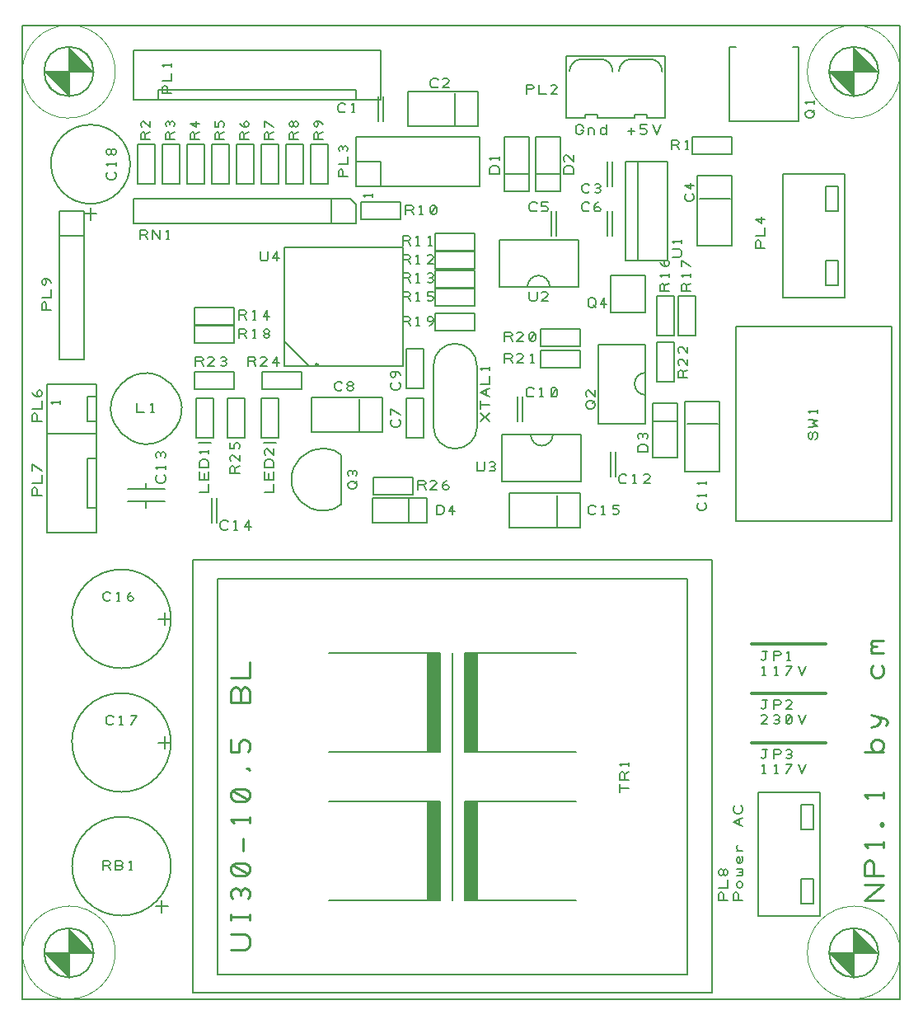
<source format=gbr>
%FSLAX23Y23*%
%MOIN*%
G04 EasyPC Gerber Version 14.0.2 Build 2922 *
%ADD77C,0.00100*%
%ADD24C,0.00500*%
%ADD26C,0.00800*%
%ADD13C,0.01000*%
%ADD20C,0.01200*%
X0Y0D02*
D02*
D13*
X1410Y203D02*
X1466D01*
X1479Y209*
X1485Y221*
Y246*
X1479Y259*
X1466Y265*
X1410*
X1485Y321D02*
Y346D01*
Y334D02*
X1410D01*
Y321D02*
Y346D01*
X1479Y409D02*
X1485Y421D01*
Y434*
X1479Y446*
X1466Y453*
X1454Y446*
X1448Y434*
Y421*
Y434D02*
X1441Y446D01*
X1429Y453*
X1417Y446*
X1410Y434*
Y421*
X1417Y409*
X1479Y509D02*
X1485Y521D01*
Y534*
X1479Y546*
X1466Y553*
X1429*
X1417Y546*
X1410Y534*
Y521*
X1417Y509*
X1429Y502*
X1466*
X1479Y509*
X1417Y546*
X1460Y603D02*
Y653D01*
X1485Y715D02*
Y740D01*
Y728D02*
X1410D01*
X1423Y715*
X1479Y809D02*
X1485Y821D01*
Y834*
X1479Y846*
X1466Y853*
X1429*
X1417Y846*
X1410Y834*
Y821*
X1417Y809*
X1429Y803*
X1466*
X1479Y809*
X1417Y846*
X1485Y928D02*
X1479Y934D01*
X1473*
X1479Y1002D02*
X1485Y1015D01*
Y1034*
X1479Y1046*
X1466Y1053*
X1460*
X1448Y1046*
X1441Y1034*
Y1002*
X1410*
Y1053*
X1448Y1246D02*
X1454Y1259D01*
X1466Y1265*
X1479Y1259*
X1485Y1246*
Y1202*
X1410*
Y1246*
X1417Y1259*
X1429Y1265*
X1441Y1259*
X1448Y1246*
Y1202*
X1410Y1303D02*
X1485D01*
Y1365*
X4048Y403D02*
X3973D01*
X4048Y465*
X3973*
X4048Y502D02*
X3973D01*
Y546*
X3979Y559*
X3992Y565*
X4004Y559*
X4010Y546*
Y502*
X4048Y615D02*
Y640D01*
Y627D02*
X3973D01*
X3985Y615*
X4048Y709D02*
X4042Y715D01*
X4035Y709*
X4042Y703*
X4048Y709*
Y815D02*
Y840D01*
Y828D02*
X3973D01*
X3985Y815*
X4029Y1002D02*
X4042Y1009D01*
X4048Y1021*
Y1034*
X4042Y1046*
X4029Y1053*
X4017*
X4004Y1046*
X3998Y1034*
Y1021*
X4004Y1009*
X4017Y1002*
X4048D02*
X3973D01*
X3998Y1103D02*
X4023Y1109D01*
X4035Y1121*
Y1134*
X4023Y1146*
X3998Y1153*
X4023Y1146D02*
X4048Y1140D01*
X4060Y1134*
X4066Y1121*
X4060Y1109*
X4004Y1353D02*
X3998Y1340D01*
Y1321*
X4004Y1309*
X4017Y1303*
X4029*
X4042Y1309*
X4048Y1321*
Y1340*
X4042Y1353*
X4048Y1403D02*
X3998D01*
X4004D02*
X3998Y1409D01*
Y1421*
X4004Y1428*
X4023*
X4004D02*
X3998Y1434D01*
Y1446*
X4004Y1453*
X4048*
D02*
D20*
X3517Y1440D02*
X3817D01*
Y1040D02*
X3517D01*
X3817Y1240D02*
X3517D01*
D02*
D24*
X3020Y856D02*
X2982D01*
Y840D02*
Y871D01*
X3020Y890D02*
X2982D01*
Y912*
X2985Y918*
X2992Y921*
X2998Y918*
X3001Y912*
Y890*
Y912D02*
X3020Y921D01*
Y946D02*
Y959D01*
Y953D02*
X2982D01*
X2988Y946*
X4117Y3D02*
X567D01*
Y3940*
X4117*
Y3*
D02*
D26*
X654Y190D02*
G75*
G03X754Y90I100D01*
G01*
Y190*
X654*
G36*
G75*
G03X754Y90I100*
G01*
Y190*
X654*
G37*
X645Y2040D02*
X607D01*
Y2062*
X610Y2068*
X617Y2071*
X623Y2068*
X626Y2062*
Y2040*
X607Y2090D02*
X645D01*
Y2121*
Y2140D02*
X607Y2165D01*
Y2140*
X645Y2340D02*
X607D01*
Y2362*
X610Y2368*
X617Y2371*
X623Y2368*
X626Y2362*
Y2340*
X607Y2390D02*
X645D01*
Y2421*
X635Y2440D02*
X629Y2443D01*
X626Y2449*
Y2456*
X629Y2462*
X635Y2465*
X641Y2462*
X645Y2456*
Y2449*
X641Y2443*
X635Y2440*
X626*
X617Y2443*
X610Y2449*
X607Y2456*
X654Y3753D02*
G75*
G03X754Y3653I100D01*
G01*
Y3753*
X654*
G36*
G75*
G03X754Y3653I100*
G01*
Y3753*
X654*
G37*
X667Y2290D02*
Y1890D01*
X867*
Y2290*
X667*
Y2490D02*
Y2290D01*
X867*
Y2490*
X667*
X682Y2790D02*
X645D01*
Y2812*
X648Y2818*
X654Y2821*
X660Y2818*
X663Y2812*
Y2790*
X645Y2840D02*
X682D01*
Y2871*
Y2899D02*
X679Y2906D01*
X673Y2912*
X663Y2915*
X654*
X648Y2912*
X645Y2906*
Y2899*
X648Y2893*
X654Y2890*
X660Y2893*
X663Y2899*
Y2906*
X660Y2912*
X654Y2915*
X717Y3090D02*
X816D01*
X717Y3190D02*
Y2590D01*
X816*
Y3190*
X717*
X720Y2409D02*
Y2421D01*
Y2415D02*
X682D01*
X688Y2409*
X754Y290D02*
G75*
G03Y90J-100D01*
G01*
G75*
G03Y290J100*
G01*
Y3853D02*
G75*
G03Y3653J-100D01*
G01*
G75*
G03Y3853J100*
G01*
X829Y1990D02*
X867D01*
Y2190*
X829*
Y1990*
Y2340D02*
X867D01*
Y2440*
X829*
Y2340*
X842Y3153D02*
Y3203D01*
Y3218D02*
G75*
G02X681Y3378J160D01*
G01*
G75*
G02X842Y3538I160*
G01*
G75*
G02X1002Y3378J-160*
G01*
G75*
G02X842Y3218I-160*
G01*
X854Y190D02*
G75*
G03X754Y290I-100D01*
G01*
Y190*
X854*
G36*
G75*
G03X754Y290I-100*
G01*
Y190*
X854*
G37*
Y3753D02*
G75*
G03X754Y3853I-100D01*
G01*
Y3753*
X854*
G36*
G75*
G03X754Y3853I-100*
G01*
Y3753*
X854*
G37*
X867Y3178D02*
X816D01*
X891Y524D02*
Y562D01*
X913*
X920Y559*
X923Y553*
X920Y546*
X913Y543*
X891*
X913D02*
X923Y524D01*
X963Y543D02*
X970Y540D01*
X973Y534*
X970Y527*
X963Y524*
X941*
Y562*
X963*
X970Y559*
X973Y553*
X970Y546*
X963Y543*
X941*
X998Y524D02*
X1010D01*
X1004D02*
Y562D01*
X998Y556*
X923Y1618D02*
X920Y1615D01*
X913Y1612*
X904*
X898Y1615*
X895Y1618*
X891Y1624*
Y1637*
X895Y1643*
X898Y1646*
X904Y1649*
X913*
X920Y1646*
X923Y1643*
X948Y1612D02*
X960D01*
X954D02*
Y1649D01*
X948Y1643*
X992Y1621D02*
X995Y1628D01*
X1001Y1631*
X1007*
X1013Y1628*
X1016Y1621*
X1013Y1615*
X1007Y1612*
X1001*
X995Y1615*
X992Y1621*
Y1631*
X995Y1640*
X1001Y1646*
X1007Y1649*
X935Y1118D02*
X932Y1115D01*
X926Y1112*
X916*
X910Y1115*
X907Y1118*
X904Y1124*
Y1137*
X907Y1143*
X910Y1146*
X916Y1149*
X926*
X932Y1146*
X935Y1143*
X960Y1112D02*
X973D01*
X967D02*
Y1149D01*
X960Y1143*
X1004Y1112D02*
X1029Y1149D01*
X1004*
X938Y3346D02*
X941Y3343D01*
X945Y3337*
Y3328*
X941Y3321*
X938Y3318*
X932Y3315*
X920*
X913Y3318*
X910Y3321*
X907Y3328*
Y3337*
X910Y3343*
X913Y3346*
X945Y3371D02*
Y3384D01*
Y3378D02*
X907D01*
X913Y3371*
X926Y3424D02*
Y3431D01*
X923Y3437*
X916Y3440*
X910Y3437*
X907Y3431*
Y3424*
X910Y3418*
X916Y3415*
X923Y3418*
X926Y3424*
X929Y3418*
X935Y3415*
X941Y3418*
X945Y3424*
Y3431*
X941Y3437*
X935Y3440*
X929Y3437*
X926Y3431*
X967Y340D02*
G75*
G03Y740J200D01*
G01*
G75*
G03Y340J-200*
G01*
X992Y2015D02*
X1142D01*
X992Y2065D02*
X1142D01*
X1016Y3240D02*
X1891D01*
X1916Y3215*
Y3140*
X1016*
Y3240*
X1029Y2412D02*
Y2374D01*
X1060*
X1085D02*
X1098D01*
X1092D02*
Y2412D01*
X1085Y2406*
X1032Y3458D02*
Y3298D01*
X1102*
Y3458*
X1032*
X1042Y3074D02*
Y3112D01*
X1063*
X1070Y3109*
X1073Y3103*
X1070Y3096*
X1063Y3093*
X1042*
X1063D02*
X1073Y3074D01*
X1092D02*
Y3112D01*
X1123Y3074*
Y3112*
X1148Y3074D02*
X1160D01*
X1154D02*
Y3112D01*
X1148Y3106*
X1067Y1990D02*
Y2015D01*
Y2065D02*
Y2090D01*
X1082Y3478D02*
X1045D01*
Y3499*
X1048Y3506*
X1054Y3509*
X1060Y3506*
X1063Y3499*
Y3478*
Y3499D02*
X1082Y3509D01*
Y3553D02*
Y3528D01*
X1060Y3549*
X1054Y3553*
X1048Y3549*
X1045Y3543*
Y3534*
X1048Y3528*
X1117Y3678D02*
Y3640D01*
X1916*
Y3678*
X1117*
X1129Y353D02*
Y403D01*
X1132Y3458D02*
Y3298D01*
X1202*
Y3458*
X1132*
X1142Y1065D02*
Y1015D01*
Y1565D02*
Y1515D01*
X1154Y378D02*
X1104D01*
X1138Y2121D02*
X1142Y2118D01*
X1145Y2112*
Y2103*
X1142Y2096*
X1138Y2093*
X1132Y2090*
X1120*
X1113Y2093*
X1110Y2096*
X1107Y2103*
Y2112*
X1110Y2118*
X1113Y2121*
X1145Y2146D02*
Y2159D01*
Y2153D02*
X1107D01*
X1113Y2146*
X1142Y2193D02*
X1145Y2199D01*
Y2206*
X1142Y2212*
X1135Y2215*
X1129Y2212*
X1126Y2206*
Y2199*
Y2206D02*
X1123Y2212D01*
X1117Y2215*
X1110Y2212*
X1107Y2206*
Y2199*
X1110Y2193*
X1167Y1040D02*
X1117D01*
X1167D02*
G75*
G02X967Y840I-200D01*
G01*
G75*
G02X766Y1040J200*
G01*
G75*
G02X967Y1240I200*
G01*
G75*
G02X1167Y1040J-200*
G01*
Y1540D02*
X1117D01*
X1167D02*
G75*
G02X967Y1340I-200D01*
G01*
G75*
G02X766Y1540J200*
G01*
G75*
G02X967Y1740I200*
G01*
G75*
G02X1167Y1540J-200*
G01*
Y2290D02*
G75*
G03X967Y2490I-100J100D01*
G01*
G75*
G03X1167Y2290I100J-100*
G01*
X1170Y3665D02*
X1132D01*
Y3687*
X1135Y3693*
X1142Y3696*
X1148Y3693*
X1151Y3687*
Y3665*
X1132Y3715D02*
X1170D01*
Y3746*
Y3771D02*
Y3784D01*
Y3778D02*
X1132D01*
X1138Y3771*
X1182Y3478D02*
X1145D01*
Y3499*
X1148Y3506*
X1154Y3509*
X1160Y3506*
X1163Y3499*
Y3478*
Y3499D02*
X1182Y3509D01*
X1179Y3531D02*
X1182Y3537D01*
Y3543*
X1179Y3549*
X1173Y3553*
X1167Y3549*
X1163Y3543*
Y3537*
Y3543D02*
X1160Y3549D01*
X1154Y3553*
X1148Y3549*
X1145Y3543*
Y3537*
X1148Y3531*
X1232Y3458D02*
Y3298D01*
X1302*
Y3458*
X1232*
X1262Y2467D02*
X1422D01*
Y2538*
X1262*
Y2467*
X1267Y2562D02*
Y2599D01*
X1288*
X1295Y2596*
X1298Y2590*
X1295Y2584*
X1288Y2581*
X1267*
X1288D02*
X1298Y2562D01*
X1341D02*
X1316D01*
X1338Y2584*
X1341Y2590*
X1338Y2596*
X1332Y2599*
X1323*
X1316Y2596*
X1370Y2565D02*
X1376Y2562D01*
X1382*
X1388Y2565*
X1391Y2571*
X1388Y2578*
X1382Y2581*
X1376*
X1382D02*
X1388Y2584D01*
X1391Y2590*
X1388Y2596*
X1382Y2599*
X1376*
X1370Y2596*
X1269Y2433D02*
Y2273D01*
X1339*
Y2433*
X1269*
X1279Y2253D02*
X1329D01*
X1282Y3478D02*
X1245D01*
Y3499*
X1248Y3506*
X1254Y3509*
X1260Y3506*
X1263Y3499*
Y3478*
Y3499D02*
X1282Y3509D01*
Y3543D02*
X1245D01*
X1270Y3528*
Y3553*
X1282Y2053D02*
X1320D01*
Y2084*
Y2103D02*
X1282D01*
Y2134*
X1301Y2128D02*
Y2103D01*
X1320D02*
Y2134D01*
Y2153D02*
X1282D01*
Y2171*
X1285Y2178*
X1288Y2181*
X1295Y2184*
X1307*
X1313Y2181*
X1316Y2178*
X1320Y2171*
Y2153*
Y2209D02*
Y2221D01*
Y2215D02*
X1282D01*
X1288Y2209*
X1332Y2028D02*
Y1928D01*
Y3458D02*
Y3298D01*
X1402*
Y3458*
X1332*
X1351Y2028D02*
Y1928D01*
X1398Y1906D02*
X1395Y1903D01*
X1388Y1899*
X1379*
X1373Y1903*
X1370Y1906*
X1367Y1912*
Y1924*
X1370Y1931*
X1373Y1934*
X1379Y1937*
X1388*
X1395Y1934*
X1398Y1931*
X1423Y1899D02*
X1435D01*
X1429D02*
Y1937D01*
X1423Y1931*
X1482Y1899D02*
Y1937D01*
X1466Y1912*
X1492*
X1382Y3478D02*
X1345D01*
Y3499*
X1348Y3506*
X1354Y3509*
X1360Y3506*
X1363Y3499*
Y3478*
Y3499D02*
X1382Y3509D01*
X1379Y3528D02*
X1382Y3534D01*
Y3543*
X1379Y3549*
X1373Y3553*
X1370*
X1363Y3549*
X1360Y3543*
Y3528*
X1345*
Y3553*
X1394Y2433D02*
Y2273D01*
X1464*
Y2433*
X1394*
X1422Y2725D02*
X1262D01*
Y2655*
X1422*
Y2725*
Y2800D02*
X1262D01*
Y2730*
X1422*
Y2800*
X1432Y3458D02*
Y3298D01*
X1502*
Y3458*
X1432*
X1441Y2674D02*
Y2712D01*
X1463*
X1470Y2709*
X1473Y2703*
X1470Y2696*
X1463Y2693*
X1441*
X1463D02*
X1473Y2674D01*
X1498D02*
X1510D01*
X1504D02*
Y2712D01*
X1498Y2706*
X1551Y2693D02*
X1557D01*
X1563Y2696*
X1566Y2703*
X1563Y2709*
X1557Y2712*
X1551*
X1545Y2709*
X1542Y2703*
X1545Y2696*
X1551Y2693*
X1545Y2690*
X1542Y2684*
X1545Y2678*
X1551Y2674*
X1557*
X1563Y2678*
X1566Y2684*
X1563Y2690*
X1557Y2693*
X1441Y2749D02*
Y2787D01*
X1463*
X1470Y2784*
X1473Y2778*
X1470Y2771*
X1463Y2768*
X1441*
X1463D02*
X1473Y2749D01*
X1498D02*
X1510D01*
X1504D02*
Y2787D01*
X1498Y2781*
X1557Y2749D02*
Y2787D01*
X1542Y2762*
X1566*
X1445Y2128D02*
X1407D01*
Y2149*
X1410Y2156*
X1417Y2159*
X1423Y2156*
X1426Y2149*
Y2128*
Y2149D02*
X1445Y2159D01*
Y2203D02*
Y2178D01*
X1423Y2199*
X1417Y2203*
X1410Y2199*
X1407Y2193*
Y2184*
X1410Y2178*
X1441Y2228D02*
X1445Y2234D01*
Y2243*
X1441Y2249*
X1435Y2253*
X1432*
X1426Y2249*
X1423Y2243*
Y2228*
X1407*
Y2253*
X1479Y2562D02*
Y2599D01*
X1501*
X1507Y2596*
X1510Y2590*
X1507Y2584*
X1501Y2581*
X1479*
X1501D02*
X1510Y2562D01*
X1554D02*
X1529D01*
X1551Y2584*
X1554Y2590*
X1551Y2596*
X1545Y2599*
X1535*
X1529Y2596*
X1595Y2562D02*
Y2599D01*
X1579Y2574*
X1604*
X1482Y3478D02*
X1445D01*
Y3499*
X1448Y3506*
X1454Y3509*
X1460Y3506*
X1463Y3499*
Y3478*
Y3499D02*
X1482Y3509D01*
X1473Y3528D02*
X1466Y3531D01*
X1463Y3537*
Y3543*
X1466Y3549*
X1473Y3553*
X1479Y3549*
X1482Y3543*
Y3537*
X1479Y3531*
X1473Y3528*
X1463*
X1454Y3531*
X1448Y3537*
X1445Y3543*
X1529Y3024D02*
Y2996D01*
X1532Y2990*
X1538Y2987*
X1551*
X1557Y2990*
X1560Y2996*
Y3024*
X1595Y2987D02*
Y3024D01*
X1579Y2999*
X1604*
X1532Y2433D02*
Y2273D01*
X1602*
Y2433*
X1532*
Y3458D02*
Y3298D01*
X1602*
Y3458*
X1532*
X1537Y2467D02*
X1697D01*
Y2538*
X1537*
Y2467*
X1542Y2253D02*
X1591D01*
X1545Y2053D02*
X1582D01*
Y2084*
Y2103D02*
X1545D01*
Y2134*
X1563Y2128D02*
Y2103D01*
X1582D02*
Y2134D01*
Y2153D02*
X1545D01*
Y2171*
X1548Y2178*
X1551Y2181*
X1557Y2184*
X1570*
X1576Y2181*
X1579Y2178*
X1582Y2171*
Y2153*
Y2228D02*
Y2203D01*
X1560Y2224*
X1554Y2228*
X1548Y2224*
X1545Y2218*
Y2209*
X1548Y2203*
X1582Y3478D02*
X1545D01*
Y3499*
X1548Y3506*
X1554Y3509*
X1560Y3506*
X1563Y3499*
Y3478*
Y3499D02*
X1582Y3509D01*
Y3528D02*
X1545Y3553D01*
Y3528*
X1627Y3043D02*
X2107D01*
Y2563*
X1627*
Y3043*
X2107*
Y2563*
X1727*
X1627Y2663*
Y3043*
X1631Y3458D02*
Y3298D01*
X1702*
Y3458*
X1631*
X1682Y3478D02*
X1645D01*
Y3499*
X1648Y3506*
X1654Y3509*
X1660Y3506*
X1663Y3499*
Y3478*
Y3499D02*
X1682Y3509D01*
X1663Y3537D02*
Y3543D01*
X1660Y3549*
X1654Y3553*
X1648Y3549*
X1645Y3543*
Y3537*
X1648Y3531*
X1654Y3528*
X1660Y3531*
X1663Y3537*
X1666Y3531*
X1673Y3528*
X1679Y3531*
X1682Y3537*
Y3543*
X1679Y3549*
X1673Y3553*
X1666Y3549*
X1663Y3543*
X1732Y3458D02*
Y3298D01*
X1802*
Y3458*
X1732*
X1751Y2568D02*
G75*
G03X1762I6D01*
G01*
G75*
G03X1751I-6*
G01*
G36*
G75*
G03X1762I6*
G01*
G75*
G03X1751I-6*
G01*
G37*
X1779Y1978D02*
G75*
G02X1654Y2103J125D01*
G01*
G75*
G02X1779Y2228I125*
G01*
X1794*
G75*
G02X1854Y2203I0J-85*
G01*
Y2003*
G75*
G02X1794Y1978I-60J60*
G01*
X1779*
X1782Y3478D02*
X1745D01*
Y3499*
X1748Y3506*
X1754Y3509*
X1760Y3506*
X1763Y3499*
Y3478*
Y3499D02*
X1782Y3509D01*
Y3537D02*
X1779Y3543D01*
X1773Y3549*
X1763Y3553*
X1754*
X1748Y3549*
X1745Y3543*
Y3537*
X1748Y3531*
X1754Y3528*
X1760Y3531*
X1763Y3537*
Y3543*
X1760Y3549*
X1754Y3553*
X1816Y3240D02*
Y3140D01*
X1860Y2468D02*
X1857Y2465D01*
X1851Y2462*
X1841*
X1835Y2465*
X1832Y2468*
X1829Y2474*
Y2487*
X1832Y2493*
X1835Y2496*
X1841Y2499*
X1851*
X1857Y2496*
X1860Y2493*
X1888Y2481D02*
X1895D01*
X1901Y2484*
X1904Y2490*
X1901Y2496*
X1895Y2499*
X1888*
X1882Y2496*
X1879Y2490*
X1882Y2484*
X1888Y2481*
X1882Y2478*
X1879Y2471*
X1882Y2465*
X1888Y2462*
X1895*
X1901Y2465*
X1904Y2471*
X1901Y2478*
X1895Y2481*
X1873Y3593D02*
X1870Y3590D01*
X1863Y3587*
X1854*
X1848Y3590*
X1845Y3593*
X1841Y3599*
Y3612*
X1845Y3618*
X1848Y3621*
X1854Y3624*
X1863*
X1870Y3621*
X1873Y3618*
X1898Y3587D02*
X1910D01*
X1904D02*
Y3624D01*
X1898Y3618*
X1882Y3328D02*
X1845D01*
Y3349*
X1848Y3356*
X1854Y3359*
X1860Y3356*
X1863Y3349*
Y3328*
X1845Y3378D02*
X1882D01*
Y3409*
X1879Y3431D02*
X1882Y3437D01*
Y3443*
X1879Y3449*
X1873Y3453*
X1866Y3449*
X1863Y3443*
Y3437*
Y3443D02*
X1860Y3449D01*
X1854Y3453*
X1848Y3449*
X1845Y3443*
Y3437*
X1848Y3431*
X1916Y3290D02*
X2417D01*
Y3490*
X1916*
Y3290*
X1907Y2065D02*
X1895D01*
X1888Y2068*
X1885Y2071*
X1882Y2078*
Y2084*
X1885Y2090*
X1888Y2093*
X1895Y2096*
X1907*
X1913Y2093*
X1916Y2090*
X1920Y2084*
Y2078*
X1916Y2071*
X1913Y2068*
X1907Y2065*
X1910Y2087D02*
X1920Y2096D01*
X1916Y2118D02*
X1920Y2124D01*
Y2131*
X1916Y2137*
X1910Y2140*
X1904Y2137*
X1901Y2131*
Y2124*
Y2131D02*
X1898Y2137D01*
X1891Y2140*
X1885Y2137*
X1882Y2131*
Y2124*
X1885Y2118*
X1929Y2315D02*
Y2303D01*
Y2415D02*
Y2428D01*
Y2415D02*
Y2315D01*
X1937Y3155D02*
X2097D01*
Y3225*
X1937*
Y3155*
X1982Y1928D02*
X2202D01*
Y2028*
X1982*
Y1928*
X1982Y3246D02*
Y3259D01*
Y3253D02*
X1945D01*
X1951Y3246*
X2006Y3553D02*
Y3653D01*
X2017Y3290D02*
X1916D01*
Y3390*
X2017*
Y3290*
Y3840D02*
X1016D01*
Y3640*
X2017*
Y3840*
X2021Y2435D02*
X1737D01*
Y2295*
X2021*
Y2435*
X2027Y3553D02*
Y3653D01*
X2088Y2346D02*
X2092Y2343D01*
X2095Y2337*
Y2328*
X2092Y2321*
X2088Y2318*
X2082Y2315*
X2070*
X2063Y2318*
X2060Y2321*
X2057Y2328*
Y2337*
X2060Y2343*
X2063Y2346*
X2095Y2365D02*
X2057Y2390D01*
Y2365*
X2088Y2496D02*
X2092Y2493D01*
X2095Y2487*
Y2478*
X2092Y2471*
X2088Y2468*
X2082Y2465*
X2070*
X2063Y2468*
X2060Y2471*
X2057Y2478*
Y2487*
X2060Y2493*
X2063Y2496*
X2095Y2524D02*
X2092Y2531D01*
X2085Y2537*
X2076Y2540*
X2067*
X2060Y2537*
X2057Y2531*
Y2524*
X2060Y2518*
X2067Y2515*
X2073Y2518*
X2076Y2524*
Y2531*
X2073Y2537*
X2067Y2540*
X2104Y2724D02*
Y2762D01*
X2126*
X2132Y2759*
X2135Y2753*
X2132Y2746*
X2126Y2743*
X2104*
X2126D02*
X2135Y2724D01*
X2160D02*
X2173D01*
X2167D02*
Y2762D01*
X2160Y2756*
X2213Y2724D02*
X2220Y2728D01*
X2226Y2734*
X2229Y2743*
Y2753*
X2226Y2759*
X2220Y2762*
X2213*
X2207Y2759*
X2204Y2753*
X2207Y2746*
X2213Y2743*
X2220*
X2226Y2746*
X2229Y2753*
X2104Y2824D02*
Y2862D01*
X2126*
X2132Y2859*
X2135Y2853*
X2132Y2846*
X2126Y2843*
X2104*
X2126D02*
X2135Y2824D01*
X2160D02*
X2173D01*
X2167D02*
Y2862D01*
X2160Y2856*
X2204Y2828D02*
X2210Y2824D01*
X2220*
X2226Y2828*
X2229Y2834*
Y2837*
X2226Y2843*
X2220Y2846*
X2204*
Y2862*
X2229*
X2104Y2899D02*
Y2937D01*
X2126*
X2132Y2934*
X2135Y2928*
X2132Y2921*
X2126Y2918*
X2104*
X2126D02*
X2135Y2899D01*
X2160D02*
X2173D01*
X2167D02*
Y2937D01*
X2160Y2931*
X2207Y2903D02*
X2213Y2899D01*
X2220*
X2226Y2903*
X2229Y2909*
X2226Y2915*
X2220Y2918*
X2213*
X2220D02*
X2226Y2921D01*
X2229Y2928*
X2226Y2934*
X2220Y2937*
X2213*
X2207Y2934*
X2104Y2974D02*
Y3012D01*
X2126*
X2132Y3009*
X2135Y3003*
X2132Y2996*
X2126Y2993*
X2104*
X2126D02*
X2135Y2974D01*
X2160D02*
X2173D01*
X2167D02*
Y3012D01*
X2160Y3006*
X2229Y2974D02*
X2204D01*
X2226Y2996*
X2229Y3003*
X2226Y3009*
X2220Y3012*
X2210*
X2204Y3009*
X2104Y3049D02*
Y3087D01*
X2126*
X2132Y3084*
X2135Y3078*
X2132Y3071*
X2126Y3068*
X2104*
X2126D02*
X2135Y3049D01*
X2160D02*
X2173D01*
X2167D02*
Y3087D01*
X2160Y3081*
X2210Y3049D02*
X2223D01*
X2217D02*
Y3087D01*
X2210Y3081*
X2117Y3174D02*
Y3212D01*
X2138*
X2145Y3209*
X2148Y3203*
X2145Y3196*
X2138Y3193*
X2117*
X2138D02*
X2148Y3174D01*
X2173D02*
X2185D01*
X2179D02*
Y3212D01*
X2173Y3206*
X2220Y3178D02*
X2226Y3174D01*
X2232*
X2238Y3178*
X2242Y3184*
Y3203*
X2238Y3209*
X2232Y3212*
X2226*
X2220Y3209*
X2217Y3203*
Y3184*
X2220Y3178*
X2238Y3209*
X2119Y2633D02*
Y2473D01*
X2189*
Y2633*
X2119*
X2129Y2028D02*
Y1928D01*
X2147Y2113D02*
X1986D01*
Y2043*
X2147*
Y2113*
X2167Y2062D02*
Y2099D01*
X2188*
X2195Y2096*
X2198Y2090*
X2195Y2084*
X2188Y2081*
X2167*
X2188D02*
X2198Y2062D01*
X2242D02*
X2217D01*
X2238Y2084*
X2242Y2090*
X2238Y2096*
X2232Y2099*
X2223*
X2217Y2096*
X2267Y2071D02*
X2270Y2078D01*
X2276Y2081*
X2282*
X2288Y2078*
X2292Y2071*
X2288Y2065*
X2282Y2062*
X2276*
X2270Y2065*
X2267Y2071*
Y2081*
X2270Y2090*
X2276Y2096*
X2282Y2099*
X2189Y2273D02*
Y2433D01*
X2119*
Y2273*
X2189*
X2204Y403D02*
X1804D01*
X2204Y803D02*
X1804D01*
X2204Y1002D02*
X1804D01*
X2204Y1403D02*
X1804D01*
X2248Y3693D02*
X2245Y3690D01*
X2238Y3687*
X2229*
X2223Y3690*
X2220Y3693*
X2217Y3699*
Y3712*
X2220Y3718*
X2223Y3721*
X2229Y3724*
X2238*
X2245Y3721*
X2248Y3718*
X2292Y3687D02*
X2267D01*
X2288Y3709*
X2292Y3715*
X2288Y3721*
X2282Y3724*
X2273*
X2267Y3721*
X2237Y2805D02*
X2397D01*
Y2875*
X2237*
Y2805*
Y3030D02*
X2397D01*
Y3100*
X2237*
Y3030*
X2242Y1962D02*
Y1999D01*
X2260*
X2267Y1996*
X2270Y1993*
X2273Y1987*
Y1974*
X2270Y1968*
X2267Y1965*
X2260Y1962*
X2242*
X2307D02*
Y1999D01*
X2292Y1974*
X2317*
X2254Y803D02*
X2204D01*
Y403*
X2254*
Y803*
G36*
X2204*
Y403*
X2254*
Y803*
G37*
Y1403D02*
X2204D01*
Y1002*
X2254*
Y1403*
G36*
X2204*
Y1002*
X2254*
Y1403*
G37*
X2304D02*
Y403D01*
X2317Y3553D02*
Y3540D01*
Y3653D02*
Y3665D01*
Y3653D02*
Y3553D01*
X2354Y403D02*
X2404D01*
Y803*
X2354*
Y403*
G36*
X2404*
Y803*
X2354*
Y403*
G37*
Y1002D02*
X2404D01*
Y1403*
X2354*
Y1002*
G36*
X2404*
Y1403*
X2354*
Y1002*
G37*
X2397Y2775D02*
X2237D01*
Y2705*
X2397*
Y2775*
Y2950D02*
X2237D01*
Y2880*
X2397*
Y2950*
Y3025D02*
X2237D01*
Y2955*
X2397*
Y3025*
X2404Y403D02*
X2804D01*
X2404Y803D02*
X2804D01*
X2404Y1002D02*
X2804D01*
X2404Y1403D02*
X2804D01*
X2404Y2174D02*
Y2146D01*
X2407Y2140*
X2413Y2137*
X2426*
X2432Y2140*
X2435Y2146*
Y2174*
X2457Y2140D02*
X2463Y2137D01*
X2470*
X2476Y2140*
X2479Y2146*
X2476Y2153*
X2470Y2156*
X2463*
X2470D02*
X2476Y2159D01*
X2479Y2165*
X2476Y2171*
X2470Y2174*
X2463*
X2457Y2171*
X2404Y2340D02*
Y2565D01*
G75*
G03X2317Y2653I-88*
G01*
G75*
G03X2229Y2565J-88*
G01*
Y2315*
G75*
G03X2317Y2228I88*
G01*
G75*
G03X2404Y2315J88*
G01*
Y2340*
X2409Y3673D02*
X2125D01*
Y3533*
X2409*
Y3673*
X2457Y2340D02*
X2420Y2371D01*
Y2340D02*
X2457Y2371D01*
Y2406D02*
X2420D01*
Y2390D02*
Y2421D01*
X2457Y2440D02*
X2420Y2456D01*
X2457Y2471*
X2442Y2446D02*
Y2465D01*
X2420Y2490D02*
X2457D01*
Y2521*
Y2546D02*
Y2559D01*
Y2553D02*
X2420D01*
X2426Y2546*
X2495Y3340D02*
X2457D01*
Y3359*
X2460Y3365*
X2463Y3368*
X2470Y3371*
X2482*
X2488Y3368*
X2492Y3365*
X2495Y3359*
Y3340*
Y3396D02*
Y3409D01*
Y3403D02*
X2457D01*
X2463Y3396*
X2507Y2285D02*
Y2095D01*
X2827*
Y2285*
X2507*
X2517Y2574D02*
Y2612D01*
X2538*
X2545Y2609*
X2548Y2603*
X2545Y2596*
X2538Y2593*
X2517*
X2538D02*
X2548Y2574D01*
X2592D02*
X2567D01*
X2588Y2596*
X2592Y2603*
X2588Y2609*
X2582Y2612*
X2573*
X2567Y2609*
X2623Y2574D02*
X2635D01*
X2629D02*
Y2612D01*
X2623Y2606*
X2517Y2662D02*
Y2699D01*
X2538*
X2545Y2696*
X2548Y2690*
X2545Y2684*
X2538Y2681*
X2517*
X2538D02*
X2548Y2662D01*
X2592D02*
X2567D01*
X2588Y2684*
X2592Y2690*
X2588Y2696*
X2582Y2699*
X2573*
X2567Y2696*
X2620Y2665D02*
X2626Y2662D01*
X2632*
X2638Y2665*
X2642Y2671*
Y2690*
X2638Y2696*
X2632Y2699*
X2626*
X2620Y2696*
X2617Y2690*
Y2671*
X2620Y2665*
X2638Y2696*
X2517Y3488D02*
Y3268D01*
X2617*
Y3488*
X2517*
X2569Y2340D02*
Y2440D01*
X2589Y2340D02*
Y2440D01*
X2635Y2443D02*
X2632Y2440D01*
X2626Y2437*
X2617*
X2610Y2440*
X2607Y2443*
X2604Y2449*
Y2462*
X2607Y2468*
X2610Y2471*
X2617Y2474*
X2626*
X2632Y2471*
X2635Y2468*
X2660Y2437D02*
X2673D01*
X2667D02*
Y2474D01*
X2660Y2468*
X2707Y2440D02*
X2713Y2437D01*
X2720*
X2726Y2440*
X2729Y2446*
Y2465*
X2726Y2471*
X2720Y2474*
X2713*
X2707Y2471*
X2704Y2465*
Y2446*
X2707Y2440*
X2726Y2471*
X2604Y3662D02*
Y3699D01*
X2626*
X2632Y3696*
X2635Y3690*
X2632Y3684*
X2626Y3681*
X2604*
X2654Y3699D02*
Y3662D01*
X2685*
X2729D02*
X2704D01*
X2726Y3684*
X2729Y3690*
X2726Y3696*
X2720Y3699*
X2710*
X2704Y3696*
X2609Y2883D02*
G75*
G02X2654Y2928I45D01*
G01*
G75*
G02X2699Y2883J-45*
G01*
X2617Y2862D02*
Y2834D01*
X2620Y2828*
X2626Y2824*
X2638*
X2645Y2828*
X2648Y2834*
Y2862*
X2692Y2824D02*
X2667D01*
X2688Y2846*
X2692Y2853*
X2688Y2859*
X2682Y2862*
X2673*
X2667Y2859*
X2648Y3193D02*
X2645Y3190D01*
X2638Y3187*
X2629*
X2623Y3190*
X2620Y3193*
X2617Y3199*
Y3212*
X2620Y3218*
X2623Y3221*
X2629Y3224*
X2638*
X2645Y3221*
X2648Y3218*
X2667Y3190D02*
X2673Y3187D01*
X2682*
X2688Y3190*
X2692Y3196*
Y3199*
X2688Y3206*
X2682Y3209*
X2667*
Y3224*
X2692*
X2617Y3340D02*
X2517D01*
X2642Y3488D02*
Y3268D01*
X2742*
Y3488*
X2642*
X2707Y3090D02*
Y3190D01*
X2712Y2285D02*
G75*
G02X2667Y2240I-45D01*
G01*
G75*
G02X2622Y2285J45*
G01*
X2727Y3090D02*
Y3190D01*
X2729Y1928D02*
Y1915D01*
Y2028D02*
Y2040D01*
Y2028D02*
Y1928D01*
X2742Y3340D02*
X2642D01*
X2795D02*
X2757D01*
Y3359*
X2760Y3365*
X2763Y3368*
X2770Y3371*
X2782*
X2788Y3368*
X2792Y3365*
X2795Y3359*
Y3340*
Y3415D02*
Y3390D01*
X2773Y3412*
X2767Y3415*
X2760Y3412*
X2757Y3406*
Y3396*
X2760Y3390*
X2826Y3515D02*
X2835D01*
Y3512*
X2832Y3506*
X2829Y3503*
X2823Y3499*
X2817*
X2810Y3503*
X2807Y3506*
X2804Y3512*
Y3524*
X2807Y3531*
X2810Y3534*
X2817Y3537*
X2823*
X2829Y3534*
X2832Y3531*
X2835Y3524*
X2854Y3499D02*
Y3524D01*
Y3515D02*
X2857Y3521D01*
X2863Y3524*
X2870*
X2876Y3521*
X2879Y3515*
Y3499*
X2929Y3515D02*
X2926Y3521D01*
X2920Y3524*
X2913*
X2907Y3521*
X2904Y3515*
Y3509*
X2907Y3503*
X2913Y3499*
X2920*
X2926Y3503*
X2929Y3509*
Y3499D02*
Y3537D01*
X2814Y2883D02*
Y3073D01*
X2494*
Y2883*
X2814*
X2821Y2047D02*
X2537D01*
Y1908*
X2821*
Y2047*
X2822Y2625D02*
X2662D01*
Y2555*
X2822*
Y2625*
Y2713D02*
X2662D01*
Y2643*
X2822*
Y2713*
X2860Y3193D02*
X2857Y3190D01*
X2851Y3187*
X2842*
X2835Y3190*
X2832Y3193*
X2829Y3199*
Y3212*
X2832Y3218*
X2835Y3221*
X2842Y3224*
X2851*
X2857Y3221*
X2860Y3218*
X2879Y3196D02*
X2882Y3203D01*
X2888Y3206*
X2895*
X2901Y3203*
X2904Y3196*
X2901Y3190*
X2895Y3187*
X2888*
X2882Y3190*
X2879Y3196*
Y3206*
X2882Y3215*
X2888Y3221*
X2895Y3224*
X2860Y3268D02*
X2857Y3265D01*
X2851Y3262*
X2842*
X2835Y3265*
X2832Y3268*
X2829Y3274*
Y3287*
X2832Y3293*
X2835Y3296*
X2842Y3299*
X2851*
X2857Y3296*
X2860Y3293*
X2882Y3265D02*
X2888Y3262D01*
X2895*
X2901Y3265*
X2904Y3271*
X2901Y3278*
X2895Y3281*
X2888*
X2895D02*
X2901Y3284D01*
X2904Y3290*
X2901Y3296*
X2895Y3299*
X2888*
X2882Y3296*
X2885Y1968D02*
X2882Y1965D01*
X2876Y1962*
X2867*
X2860Y1965*
X2857Y1968*
X2854Y1974*
Y1987*
X2857Y1993*
X2860Y1996*
X2867Y1999*
X2876*
X2882Y1996*
X2885Y1993*
X2910Y1962D02*
X2923D01*
X2917D02*
Y1999D01*
X2910Y1993*
X2954Y1965D02*
X2960Y1962D01*
X2970*
X2976Y1965*
X2979Y1971*
Y1974*
X2976Y1981*
X2970Y1984*
X2954*
Y1999*
X2979*
X2854Y2812D02*
Y2824D01*
X2857Y2831*
X2860Y2834*
X2867Y2837*
X2873*
X2879Y2834*
X2882Y2831*
X2885Y2824*
Y2812*
X2882Y2806*
X2879Y2803*
X2873Y2799*
X2867*
X2860Y2803*
X2857Y2806*
X2854Y2812*
X2876Y2809D02*
X2885Y2799D01*
X2920D02*
Y2837D01*
X2904Y2812*
X2929*
X2870Y2390D02*
X2857D01*
X2851Y2393*
X2848Y2396*
X2845Y2403*
Y2409*
X2848Y2415*
X2851Y2418*
X2857Y2421*
X2870*
X2876Y2418*
X2879Y2415*
X2882Y2409*
Y2403*
X2879Y2396*
X2876Y2393*
X2870Y2390*
X2873Y2412D02*
X2882Y2421D01*
Y2465D02*
Y2440D01*
X2860Y2462*
X2854Y2465*
X2848Y2462*
X2845Y2456*
Y2446*
X2848Y2440*
X2892Y3803D02*
X2829D01*
G75*
G03X2779Y3753J-50*
G01*
X2932Y3190D02*
Y3090D01*
Y3390D02*
Y3290D01*
X2944Y2215D02*
Y2115D01*
X2952Y3190D02*
Y3090D01*
Y3390D02*
Y3290D01*
X2954Y3753D02*
G75*
G03X2904Y3803I-50D01*
G01*
X2892*
X2964Y2215D02*
Y2115D01*
X3010Y2093D02*
X3007Y2090D01*
X3001Y2087*
X2992*
X2985Y2090*
X2982Y2093*
X2979Y2099*
Y2112*
X2982Y2118*
X2985Y2121*
X2992Y2124*
X3001*
X3007Y2121*
X3010Y2118*
X3035Y2087D02*
X3048D01*
X3042D02*
Y2124D01*
X3035Y2118*
X3104Y2087D02*
X3079D01*
X3101Y2109*
X3104Y2115*
X3101Y2121*
X3095Y2124*
X3085*
X3079Y2121*
X3007Y2990D02*
X3177D01*
Y3390*
X3007*
Y2990*
X3017Y3512D02*
X3042D01*
X3029Y3499D02*
Y3524D01*
X3067Y3503D02*
X3073Y3499D01*
X3082*
X3088Y3503*
X3092Y3509*
Y3512*
X3088Y3518*
X3082Y3521*
X3067*
Y3537*
X3092*
X3117D02*
X3132Y3499D01*
X3148Y3537*
X3057Y2990D02*
Y3390D01*
X3087Y2445D02*
G75*
G02X3042Y2490J45D01*
G01*
G75*
G02X3087Y2535I45*
G01*
Y2650D02*
X2897D01*
Y2330*
X3087*
Y2650*
Y2778D02*
Y2928D01*
X2947*
Y2778*
X3086*
X3092Y3803D02*
X3029D01*
G75*
G03X2979Y3753J-50*
G01*
X3095Y2215D02*
X3057D01*
Y2234*
X3060Y2240*
X3063Y2243*
X3070Y2246*
X3082*
X3088Y2243*
X3092Y2240*
X3095Y2234*
Y2215*
X3092Y2268D02*
X3095Y2274D01*
Y2281*
X3092Y2287*
X3085Y2290*
X3079Y2287*
X3076Y2281*
Y2274*
Y2281D02*
X3073Y2287D01*
X3067Y2290*
X3060Y2287*
X3057Y2281*
Y2274*
X3060Y2268*
X3117Y2340D02*
X3217D01*
X3154Y3753D02*
G75*
G03X3104Y3803I-50D01*
G01*
X3092*
X3167Y3815D02*
Y3565D01*
X3092*
Y3578*
X3042*
Y3565*
X2892*
Y3578*
X2842*
Y3565*
X2767*
Y3815*
X3167*
X3182Y2865D02*
X3145D01*
Y2887*
X3148Y2893*
X3154Y2896*
X3160Y2893*
X3163Y2887*
Y2865*
Y2887D02*
X3182Y2896D01*
Y2921D02*
Y2934D01*
Y2928D02*
X3145D01*
X3151Y2921*
X3173Y2965D02*
X3167Y2968D01*
X3163Y2974*
Y2981*
X3167Y2987*
X3173Y2990*
X3179Y2987*
X3182Y2981*
Y2974*
X3179Y2968*
X3173Y2965*
X3163*
X3154Y2968*
X3148Y2974*
X3145Y2981*
X3192Y3437D02*
Y3474D01*
X3213*
X3220Y3471*
X3223Y3465*
X3220Y3459*
X3213Y3456*
X3192*
X3213D02*
X3223Y3437D01*
X3248D02*
X3260D01*
X3254D02*
Y3474D01*
X3248Y3468*
X3202Y2498D02*
Y2658D01*
X3132*
Y2498*
X3202*
Y2685D02*
Y2845D01*
X3132*
Y2685*
X3202*
X3217Y2192D02*
Y2413D01*
X3117*
Y2192*
X3217*
X3195Y3003D02*
X3223D01*
X3229Y3006*
X3232Y3012*
Y3024*
X3229Y3031*
X3223Y3034*
X3195*
X3232Y3059D02*
Y3071D01*
Y3065D02*
X3195D01*
X3201Y3059*
X3247Y2420D02*
Y2136D01*
X3387*
Y2420*
X3247*
X3254Y1703D02*
X1354D01*
Y103*
X3254*
Y1703*
X3267Y2328D02*
X3254D01*
X3267D02*
X3367D01*
X3257Y2515D02*
X3220D01*
Y2537*
X3223Y2543*
X3229Y2546*
X3235Y2543*
X3238Y2537*
Y2515*
Y2537D02*
X3257Y2546D01*
Y2590D02*
Y2565D01*
X3235Y2587*
X3229Y2590*
X3223Y2587*
X3220Y2581*
Y2571*
X3223Y2565*
X3257Y2640D02*
Y2615D01*
X3235Y2637*
X3229Y2640*
X3223Y2637*
X3220Y2631*
Y2621*
X3223Y2615*
X3270Y2865D02*
X3232D01*
Y2887*
X3235Y2893*
X3242Y2896*
X3248Y2893*
X3251Y2887*
Y2865*
Y2887D02*
X3270Y2896D01*
Y2921D02*
Y2934D01*
Y2928D02*
X3232D01*
X3238Y2921*
X3270Y2965D02*
X3232Y2990D01*
Y2965*
X3289Y2685D02*
Y2845D01*
X3219*
Y2685*
X3289*
X3276Y3259D02*
X3279Y3256D01*
X3282Y3249*
Y3240*
X3279Y3234*
X3276Y3231*
X3270Y3228*
X3257*
X3251Y3231*
X3248Y3234*
X3245Y3240*
Y3249*
X3248Y3256*
X3251Y3259*
X3282Y3293D02*
X3245D01*
X3270Y3278*
Y3303*
X3297Y3332D02*
Y3048D01*
X3437*
Y3332*
X3297*
X3317Y3240D02*
X3304D01*
X3317D02*
X3417D01*
X3326Y2009D02*
X3329Y2006D01*
X3332Y1999*
Y1990*
X3329Y1984*
X3326Y1981*
X3320Y1978*
X3307*
X3301Y1981*
X3298Y1984*
X3295Y1990*
Y1999*
X3298Y2006*
X3301Y2009*
X3332Y2034D02*
Y2046D01*
Y2040D02*
X3295D01*
X3301Y2034*
X3332Y2084D02*
Y2096D01*
Y2090D02*
X3295D01*
X3301Y2084*
X3354Y28D02*
X1254D01*
Y1778*
X3354*
Y28*
X3367Y2328D02*
X3379D01*
X3417Y3240D02*
X3429D01*
X3420Y403D02*
X3382D01*
Y424*
X3385Y431*
X3392Y434*
X3398Y431*
X3401Y424*
Y403*
X3382Y453D02*
X3420D01*
Y484*
X3401Y512D02*
Y518D01*
X3398Y524*
X3392Y527*
X3385Y524*
X3382Y518*
Y512*
X3385Y506*
X3392Y502*
X3398Y506*
X3401Y512*
X3404Y506*
X3410Y502*
X3417Y506*
X3420Y512*
Y518*
X3417Y524*
X3410Y527*
X3404Y524*
X3401Y518*
X3480Y403D02*
X3442D01*
Y424*
X3445Y431*
X3452Y434*
X3458Y431*
X3461Y424*
Y403*
X3470Y453D02*
X3477Y456D01*
X3480Y462*
Y468*
X3477Y474*
X3470Y477*
X3464*
X3458Y474*
X3455Y468*
Y462*
X3458Y456*
X3464Y453*
X3470*
X3455Y502D02*
X3477D01*
X3480Y506*
Y512*
X3477Y515*
X3467*
X3477D02*
X3480Y518D01*
Y524*
X3477Y527*
X3455*
X3477Y578D02*
X3480Y574D01*
Y568*
Y562*
X3477Y556*
X3470Y553*
X3461*
X3458Y556*
X3455Y562*
Y568*
X3458Y574*
X3461Y578*
X3464*
X3467Y574*
X3470Y568*
Y562*
X3467Y556*
X3464Y553*
X3480Y603D02*
X3455D01*
X3464D02*
X3458Y606D01*
X3455Y612*
Y618*
X3458Y624*
X3480Y703D02*
X3442Y718D01*
X3480Y734*
X3464Y709D02*
Y728D01*
X3473Y784D02*
X3477Y781D01*
X3480Y774*
Y765*
X3477Y759*
X3473Y756*
X3467Y753*
X3455*
X3448Y756*
X3445Y759*
X3442Y765*
Y774*
X3445Y781*
X3448Y784*
X3434Y3488D02*
X3274D01*
Y3418*
X3434*
Y3488*
X3452Y3853D02*
X3427D01*
Y3553*
X3707*
Y3853*
X3682*
X3554Y981D02*
X3557Y978D01*
X3563Y974*
X3570Y978*
X3573Y981*
Y1012*
X3579*
X3573D02*
X3560D01*
X3604Y974D02*
Y1012D01*
X3626*
X3632Y1009*
X3635Y1002*
X3632Y996*
X3626Y993*
X3604*
X3657Y978D02*
X3663Y974D01*
X3670*
X3676Y978*
X3679Y984*
X3676Y990*
X3670Y993*
X3663*
X3670D02*
X3676Y996D01*
X3679Y1002*
X3676Y1009*
X3670Y1012*
X3663*
X3657Y1009*
X3560Y914D02*
X3573D01*
X3567D02*
Y952D01*
X3560Y946*
X3610Y914D02*
X3623D01*
X3617D02*
Y952D01*
X3610Y946*
X3654Y914D02*
X3679Y952D01*
X3654*
X3704D02*
X3720Y914D01*
X3735Y952*
X3554Y1181D02*
X3557Y1178D01*
X3563Y1174*
X3570Y1178*
X3573Y1181*
Y1212*
X3579*
X3573D02*
X3560D01*
X3604Y1174D02*
Y1212D01*
X3626*
X3632Y1209*
X3635Y1202*
X3632Y1196*
X3626Y1193*
X3604*
X3679Y1174D02*
X3654D01*
X3676Y1196*
X3679Y1202*
X3676Y1209*
X3670Y1212*
X3660*
X3654Y1209*
X3579Y1114D02*
X3554D01*
X3576Y1136*
X3579Y1143*
X3576Y1149*
X3570Y1152*
X3560*
X3554Y1149*
X3607Y1117D02*
X3613Y1114D01*
X3620*
X3626Y1117*
X3629Y1124*
X3626Y1130*
X3620Y1133*
X3613*
X3620D02*
X3626Y1136D01*
X3629Y1143*
X3626Y1149*
X3620Y1152*
X3613*
X3607Y1149*
X3657Y1117D02*
X3663Y1114D01*
X3670*
X3676Y1117*
X3679Y1124*
Y1143*
X3676Y1149*
X3670Y1152*
X3663*
X3657Y1149*
X3654Y1143*
Y1124*
X3657Y1117*
X3676Y1149*
X3704Y1152D02*
X3720Y1114D01*
X3735Y1152*
X3554Y1378D02*
X3557Y1375D01*
X3563Y1372*
X3570Y1375*
X3573Y1378*
Y1409*
X3579*
X3573D02*
X3560D01*
X3604Y1372D02*
Y1409D01*
X3626*
X3632Y1406*
X3635Y1400*
X3632Y1394*
X3626Y1391*
X3604*
X3660Y1372D02*
X3673D01*
X3667D02*
Y1409D01*
X3660Y1403*
X3560Y1312D02*
X3573D01*
X3567D02*
Y1349D01*
X3560Y1343*
X3610Y1312D02*
X3623D01*
X3617D02*
Y1349D01*
X3610Y1343*
X3654Y1312D02*
X3679Y1349D01*
X3654*
X3704D02*
X3720Y1312D01*
X3735Y1349*
X3570Y3040D02*
X3532D01*
Y3062*
X3535Y3068*
X3542Y3071*
X3548Y3068*
X3551Y3062*
Y3040*
X3532Y3090D02*
X3570D01*
Y3121*
Y3156D02*
X3532D01*
X3557Y3140*
Y3165*
X3767Y390D02*
Y490D01*
X3717*
Y390*
X3767*
Y690D02*
Y790D01*
X3717*
Y690*
X3767*
X3757Y3565D02*
X3745D01*
X3738Y3568*
X3735Y3571*
X3732Y3578*
Y3584*
X3735Y3590*
X3738Y3593*
X3745Y3596*
X3757*
X3763Y3593*
X3767Y3590*
X3770Y3584*
Y3578*
X3767Y3571*
X3763Y3568*
X3757Y3565*
X3760Y3587D02*
X3770Y3596D01*
Y3621D02*
Y3634D01*
Y3628D02*
X3732D01*
X3738Y3621*
X3792Y340D02*
Y840D01*
X3542*
Y340*
X3792*
X3773Y2265D02*
X3779Y2268D01*
X3782Y2274*
Y2287*
X3779Y2293*
X3773Y2296*
X3767Y2293*
X3763Y2287*
Y2274*
X3760Y2268*
X3754Y2265*
X3748Y2268*
X3745Y2274*
Y2287*
X3748Y2293*
X3754Y2296*
X3745Y2315D02*
X3782Y2318D01*
X3763Y2331*
X3782Y2343*
X3745Y2346*
X3782Y2371D02*
Y2384D01*
Y2378D02*
X3745D01*
X3751Y2371*
X3829Y190D02*
G75*
G03X3929Y90I100D01*
G01*
Y190*
X3829*
G36*
G75*
G03X3929Y90I100*
G01*
Y190*
X3829*
G37*
Y3753D02*
G75*
G03X3929Y3653I100D01*
G01*
Y3753*
X3829*
G36*
G75*
G03X3929Y3653I100*
G01*
Y3753*
X3829*
G37*
X3867Y2890D02*
Y2990D01*
X3817*
Y2890*
X3867*
Y3190D02*
Y3290D01*
X3817*
Y3190*
X3867*
X3892Y2840D02*
Y3340D01*
X3642*
Y2840*
X3892*
X3929Y290D02*
G75*
G03Y90J-100D01*
G01*
G75*
G03Y290J100*
G01*
Y3853D02*
G75*
G03Y3653J-100D01*
G01*
G75*
G03Y3853J100*
G01*
X4029Y190D02*
G75*
G03X3929Y290I-100D01*
G01*
Y190*
X4029*
G36*
G75*
G03X3929Y290I-100*
G01*
Y190*
X4029*
G37*
Y3753D02*
G75*
G03X3929Y3853I-100D01*
G01*
Y3753*
X4029*
G36*
G75*
G03X3929Y3853I-100*
G01*
Y3753*
X4029*
G37*
X4082Y1934D02*
Y2723D01*
X3452*
Y1934*
X4082*
D02*
D77*
X754Y378D02*
G75*
G03Y3J-188D01*
G01*
G75*
G03Y378J188*
G01*
Y3940D02*
G75*
G03Y3565J-188D01*
G01*
G75*
G03Y3940J188*
G01*
X1092Y970D02*
Y1470*
X3929Y378*
G75*
G03Y3J-188D01*
G01*
G75*
G03Y378J188*
G01*
Y3940D02*
G75*
G03Y3565J-188D01*
G01*
G75*
G03Y3940J188*
G01*
X0Y0D02*
M02*

</source>
